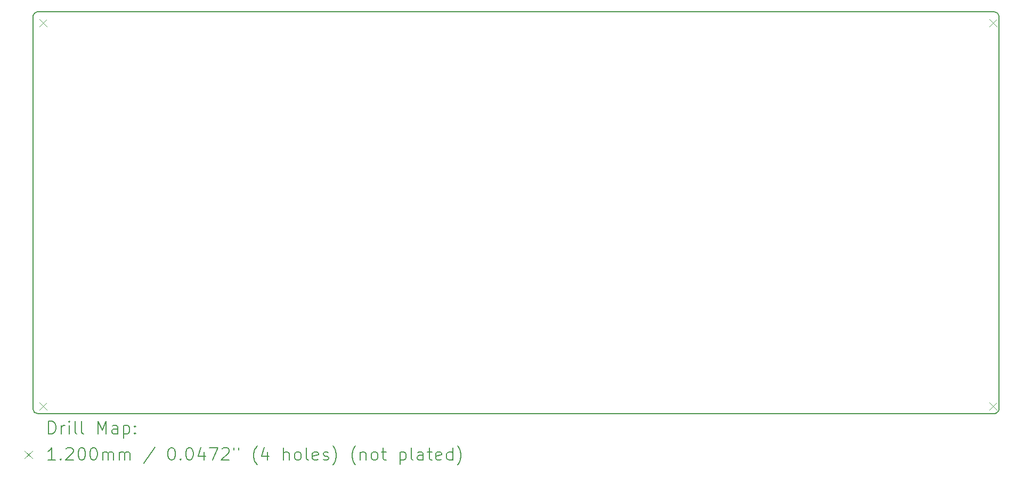
<source format=gbr>
%TF.GenerationSoftware,KiCad,Pcbnew,7.0.7*%
%TF.CreationDate,2024-02-15T10:32:16+01:00*%
%TF.ProjectId,Projektarbete_P3,50726f6a-656b-4746-9172-626574655f50,rev?*%
%TF.SameCoordinates,Original*%
%TF.FileFunction,Drillmap*%
%TF.FilePolarity,Positive*%
%FSLAX45Y45*%
G04 Gerber Fmt 4.5, Leading zero omitted, Abs format (unit mm)*
G04 Created by KiCad (PCBNEW 7.0.7) date 2024-02-15 10:32:16*
%MOMM*%
%LPD*%
G01*
G04 APERTURE LIST*
%ADD10C,0.150000*%
%ADD11C,0.200000*%
%ADD12C,0.120000*%
G04 APERTURE END LIST*
D10*
X5342220Y-11318292D02*
X5342220Y-5091460D01*
X5433680Y-5000000D02*
G75*
G03*
X5342220Y-5091460I-10J-91450D01*
G01*
X20699593Y-5080599D02*
X20699593Y-11318240D01*
X20604480Y-11394440D02*
X5425440Y-11394440D01*
X5433680Y-5000000D02*
X20619720Y-5000000D01*
X5342211Y-11318293D02*
G75*
G03*
X5425440Y-11394440I79699J3553D01*
G01*
X20604481Y-11394433D02*
G75*
G03*
X20699593Y-11318240I9459J85653D01*
G01*
X20699584Y-5080599D02*
G75*
G03*
X20619720Y-5000726I-79874J-1D01*
G01*
D11*
D12*
X5446720Y-5116520D02*
X5566720Y-5236520D01*
X5566720Y-5116520D02*
X5446720Y-5236520D01*
X5446720Y-11212520D02*
X5566720Y-11332520D01*
X5566720Y-11212520D02*
X5446720Y-11332520D01*
X20544480Y-5116520D02*
X20664480Y-5236520D01*
X20664480Y-5116520D02*
X20544480Y-5236520D01*
X20544480Y-11212520D02*
X20664480Y-11332520D01*
X20664480Y-11212520D02*
X20544480Y-11332520D01*
D11*
X5595497Y-11713937D02*
X5595497Y-11513937D01*
X5595497Y-11513937D02*
X5643116Y-11513937D01*
X5643116Y-11513937D02*
X5671687Y-11523461D01*
X5671687Y-11523461D02*
X5690735Y-11542509D01*
X5690735Y-11542509D02*
X5700259Y-11561556D01*
X5700259Y-11561556D02*
X5709783Y-11599652D01*
X5709783Y-11599652D02*
X5709783Y-11628223D01*
X5709783Y-11628223D02*
X5700259Y-11666318D01*
X5700259Y-11666318D02*
X5690735Y-11685366D01*
X5690735Y-11685366D02*
X5671687Y-11704414D01*
X5671687Y-11704414D02*
X5643116Y-11713937D01*
X5643116Y-11713937D02*
X5595497Y-11713937D01*
X5795497Y-11713937D02*
X5795497Y-11580604D01*
X5795497Y-11618699D02*
X5805021Y-11599652D01*
X5805021Y-11599652D02*
X5814545Y-11590128D01*
X5814545Y-11590128D02*
X5833592Y-11580604D01*
X5833592Y-11580604D02*
X5852640Y-11580604D01*
X5919306Y-11713937D02*
X5919306Y-11580604D01*
X5919306Y-11513937D02*
X5909783Y-11523461D01*
X5909783Y-11523461D02*
X5919306Y-11532985D01*
X5919306Y-11532985D02*
X5928830Y-11523461D01*
X5928830Y-11523461D02*
X5919306Y-11513937D01*
X5919306Y-11513937D02*
X5919306Y-11532985D01*
X6043116Y-11713937D02*
X6024068Y-11704414D01*
X6024068Y-11704414D02*
X6014545Y-11685366D01*
X6014545Y-11685366D02*
X6014545Y-11513937D01*
X6147878Y-11713937D02*
X6128830Y-11704414D01*
X6128830Y-11704414D02*
X6119306Y-11685366D01*
X6119306Y-11685366D02*
X6119306Y-11513937D01*
X6376449Y-11713937D02*
X6376449Y-11513937D01*
X6376449Y-11513937D02*
X6443116Y-11656795D01*
X6443116Y-11656795D02*
X6509783Y-11513937D01*
X6509783Y-11513937D02*
X6509783Y-11713937D01*
X6690735Y-11713937D02*
X6690735Y-11609176D01*
X6690735Y-11609176D02*
X6681211Y-11590128D01*
X6681211Y-11590128D02*
X6662164Y-11580604D01*
X6662164Y-11580604D02*
X6624068Y-11580604D01*
X6624068Y-11580604D02*
X6605021Y-11590128D01*
X6690735Y-11704414D02*
X6671687Y-11713937D01*
X6671687Y-11713937D02*
X6624068Y-11713937D01*
X6624068Y-11713937D02*
X6605021Y-11704414D01*
X6605021Y-11704414D02*
X6595497Y-11685366D01*
X6595497Y-11685366D02*
X6595497Y-11666318D01*
X6595497Y-11666318D02*
X6605021Y-11647271D01*
X6605021Y-11647271D02*
X6624068Y-11637747D01*
X6624068Y-11637747D02*
X6671687Y-11637747D01*
X6671687Y-11637747D02*
X6690735Y-11628223D01*
X6785973Y-11580604D02*
X6785973Y-11780604D01*
X6785973Y-11590128D02*
X6805021Y-11580604D01*
X6805021Y-11580604D02*
X6843116Y-11580604D01*
X6843116Y-11580604D02*
X6862164Y-11590128D01*
X6862164Y-11590128D02*
X6871687Y-11599652D01*
X6871687Y-11599652D02*
X6881211Y-11618699D01*
X6881211Y-11618699D02*
X6881211Y-11675842D01*
X6881211Y-11675842D02*
X6871687Y-11694890D01*
X6871687Y-11694890D02*
X6862164Y-11704414D01*
X6862164Y-11704414D02*
X6843116Y-11713937D01*
X6843116Y-11713937D02*
X6805021Y-11713937D01*
X6805021Y-11713937D02*
X6785973Y-11704414D01*
X6966926Y-11694890D02*
X6976449Y-11704414D01*
X6976449Y-11704414D02*
X6966926Y-11713937D01*
X6966926Y-11713937D02*
X6957402Y-11704414D01*
X6957402Y-11704414D02*
X6966926Y-11694890D01*
X6966926Y-11694890D02*
X6966926Y-11713937D01*
X6966926Y-11590128D02*
X6976449Y-11599652D01*
X6976449Y-11599652D02*
X6966926Y-11609176D01*
X6966926Y-11609176D02*
X6957402Y-11599652D01*
X6957402Y-11599652D02*
X6966926Y-11590128D01*
X6966926Y-11590128D02*
X6966926Y-11609176D01*
D12*
X5214720Y-11982454D02*
X5334720Y-12102454D01*
X5334720Y-11982454D02*
X5214720Y-12102454D01*
D11*
X5700259Y-12133937D02*
X5585973Y-12133937D01*
X5643116Y-12133937D02*
X5643116Y-11933937D01*
X5643116Y-11933937D02*
X5624068Y-11962509D01*
X5624068Y-11962509D02*
X5605021Y-11981556D01*
X5605021Y-11981556D02*
X5585973Y-11991080D01*
X5785973Y-12114890D02*
X5795497Y-12124414D01*
X5795497Y-12124414D02*
X5785973Y-12133937D01*
X5785973Y-12133937D02*
X5776449Y-12124414D01*
X5776449Y-12124414D02*
X5785973Y-12114890D01*
X5785973Y-12114890D02*
X5785973Y-12133937D01*
X5871687Y-11952985D02*
X5881211Y-11943461D01*
X5881211Y-11943461D02*
X5900259Y-11933937D01*
X5900259Y-11933937D02*
X5947878Y-11933937D01*
X5947878Y-11933937D02*
X5966926Y-11943461D01*
X5966926Y-11943461D02*
X5976449Y-11952985D01*
X5976449Y-11952985D02*
X5985973Y-11972033D01*
X5985973Y-11972033D02*
X5985973Y-11991080D01*
X5985973Y-11991080D02*
X5976449Y-12019652D01*
X5976449Y-12019652D02*
X5862164Y-12133937D01*
X5862164Y-12133937D02*
X5985973Y-12133937D01*
X6109783Y-11933937D02*
X6128830Y-11933937D01*
X6128830Y-11933937D02*
X6147878Y-11943461D01*
X6147878Y-11943461D02*
X6157402Y-11952985D01*
X6157402Y-11952985D02*
X6166926Y-11972033D01*
X6166926Y-11972033D02*
X6176449Y-12010128D01*
X6176449Y-12010128D02*
X6176449Y-12057747D01*
X6176449Y-12057747D02*
X6166926Y-12095842D01*
X6166926Y-12095842D02*
X6157402Y-12114890D01*
X6157402Y-12114890D02*
X6147878Y-12124414D01*
X6147878Y-12124414D02*
X6128830Y-12133937D01*
X6128830Y-12133937D02*
X6109783Y-12133937D01*
X6109783Y-12133937D02*
X6090735Y-12124414D01*
X6090735Y-12124414D02*
X6081211Y-12114890D01*
X6081211Y-12114890D02*
X6071687Y-12095842D01*
X6071687Y-12095842D02*
X6062164Y-12057747D01*
X6062164Y-12057747D02*
X6062164Y-12010128D01*
X6062164Y-12010128D02*
X6071687Y-11972033D01*
X6071687Y-11972033D02*
X6081211Y-11952985D01*
X6081211Y-11952985D02*
X6090735Y-11943461D01*
X6090735Y-11943461D02*
X6109783Y-11933937D01*
X6300259Y-11933937D02*
X6319307Y-11933937D01*
X6319307Y-11933937D02*
X6338354Y-11943461D01*
X6338354Y-11943461D02*
X6347878Y-11952985D01*
X6347878Y-11952985D02*
X6357402Y-11972033D01*
X6357402Y-11972033D02*
X6366926Y-12010128D01*
X6366926Y-12010128D02*
X6366926Y-12057747D01*
X6366926Y-12057747D02*
X6357402Y-12095842D01*
X6357402Y-12095842D02*
X6347878Y-12114890D01*
X6347878Y-12114890D02*
X6338354Y-12124414D01*
X6338354Y-12124414D02*
X6319307Y-12133937D01*
X6319307Y-12133937D02*
X6300259Y-12133937D01*
X6300259Y-12133937D02*
X6281211Y-12124414D01*
X6281211Y-12124414D02*
X6271687Y-12114890D01*
X6271687Y-12114890D02*
X6262164Y-12095842D01*
X6262164Y-12095842D02*
X6252640Y-12057747D01*
X6252640Y-12057747D02*
X6252640Y-12010128D01*
X6252640Y-12010128D02*
X6262164Y-11972033D01*
X6262164Y-11972033D02*
X6271687Y-11952985D01*
X6271687Y-11952985D02*
X6281211Y-11943461D01*
X6281211Y-11943461D02*
X6300259Y-11933937D01*
X6452640Y-12133937D02*
X6452640Y-12000604D01*
X6452640Y-12019652D02*
X6462164Y-12010128D01*
X6462164Y-12010128D02*
X6481211Y-12000604D01*
X6481211Y-12000604D02*
X6509783Y-12000604D01*
X6509783Y-12000604D02*
X6528830Y-12010128D01*
X6528830Y-12010128D02*
X6538354Y-12029176D01*
X6538354Y-12029176D02*
X6538354Y-12133937D01*
X6538354Y-12029176D02*
X6547878Y-12010128D01*
X6547878Y-12010128D02*
X6566926Y-12000604D01*
X6566926Y-12000604D02*
X6595497Y-12000604D01*
X6595497Y-12000604D02*
X6614545Y-12010128D01*
X6614545Y-12010128D02*
X6624068Y-12029176D01*
X6624068Y-12029176D02*
X6624068Y-12133937D01*
X6719307Y-12133937D02*
X6719307Y-12000604D01*
X6719307Y-12019652D02*
X6728830Y-12010128D01*
X6728830Y-12010128D02*
X6747878Y-12000604D01*
X6747878Y-12000604D02*
X6776449Y-12000604D01*
X6776449Y-12000604D02*
X6795497Y-12010128D01*
X6795497Y-12010128D02*
X6805021Y-12029176D01*
X6805021Y-12029176D02*
X6805021Y-12133937D01*
X6805021Y-12029176D02*
X6814545Y-12010128D01*
X6814545Y-12010128D02*
X6833592Y-12000604D01*
X6833592Y-12000604D02*
X6862164Y-12000604D01*
X6862164Y-12000604D02*
X6881211Y-12010128D01*
X6881211Y-12010128D02*
X6890735Y-12029176D01*
X6890735Y-12029176D02*
X6890735Y-12133937D01*
X7281211Y-11924414D02*
X7109783Y-12181556D01*
X7538354Y-11933937D02*
X7557402Y-11933937D01*
X7557402Y-11933937D02*
X7576450Y-11943461D01*
X7576450Y-11943461D02*
X7585973Y-11952985D01*
X7585973Y-11952985D02*
X7595497Y-11972033D01*
X7595497Y-11972033D02*
X7605021Y-12010128D01*
X7605021Y-12010128D02*
X7605021Y-12057747D01*
X7605021Y-12057747D02*
X7595497Y-12095842D01*
X7595497Y-12095842D02*
X7585973Y-12114890D01*
X7585973Y-12114890D02*
X7576450Y-12124414D01*
X7576450Y-12124414D02*
X7557402Y-12133937D01*
X7557402Y-12133937D02*
X7538354Y-12133937D01*
X7538354Y-12133937D02*
X7519307Y-12124414D01*
X7519307Y-12124414D02*
X7509783Y-12114890D01*
X7509783Y-12114890D02*
X7500259Y-12095842D01*
X7500259Y-12095842D02*
X7490735Y-12057747D01*
X7490735Y-12057747D02*
X7490735Y-12010128D01*
X7490735Y-12010128D02*
X7500259Y-11972033D01*
X7500259Y-11972033D02*
X7509783Y-11952985D01*
X7509783Y-11952985D02*
X7519307Y-11943461D01*
X7519307Y-11943461D02*
X7538354Y-11933937D01*
X7690735Y-12114890D02*
X7700259Y-12124414D01*
X7700259Y-12124414D02*
X7690735Y-12133937D01*
X7690735Y-12133937D02*
X7681211Y-12124414D01*
X7681211Y-12124414D02*
X7690735Y-12114890D01*
X7690735Y-12114890D02*
X7690735Y-12133937D01*
X7824069Y-11933937D02*
X7843116Y-11933937D01*
X7843116Y-11933937D02*
X7862164Y-11943461D01*
X7862164Y-11943461D02*
X7871688Y-11952985D01*
X7871688Y-11952985D02*
X7881211Y-11972033D01*
X7881211Y-11972033D02*
X7890735Y-12010128D01*
X7890735Y-12010128D02*
X7890735Y-12057747D01*
X7890735Y-12057747D02*
X7881211Y-12095842D01*
X7881211Y-12095842D02*
X7871688Y-12114890D01*
X7871688Y-12114890D02*
X7862164Y-12124414D01*
X7862164Y-12124414D02*
X7843116Y-12133937D01*
X7843116Y-12133937D02*
X7824069Y-12133937D01*
X7824069Y-12133937D02*
X7805021Y-12124414D01*
X7805021Y-12124414D02*
X7795497Y-12114890D01*
X7795497Y-12114890D02*
X7785973Y-12095842D01*
X7785973Y-12095842D02*
X7776450Y-12057747D01*
X7776450Y-12057747D02*
X7776450Y-12010128D01*
X7776450Y-12010128D02*
X7785973Y-11972033D01*
X7785973Y-11972033D02*
X7795497Y-11952985D01*
X7795497Y-11952985D02*
X7805021Y-11943461D01*
X7805021Y-11943461D02*
X7824069Y-11933937D01*
X8062164Y-12000604D02*
X8062164Y-12133937D01*
X8014545Y-11924414D02*
X7966926Y-12067271D01*
X7966926Y-12067271D02*
X8090735Y-12067271D01*
X8147878Y-11933937D02*
X8281211Y-11933937D01*
X8281211Y-11933937D02*
X8195497Y-12133937D01*
X8347878Y-11952985D02*
X8357402Y-11943461D01*
X8357402Y-11943461D02*
X8376450Y-11933937D01*
X8376450Y-11933937D02*
X8424069Y-11933937D01*
X8424069Y-11933937D02*
X8443116Y-11943461D01*
X8443116Y-11943461D02*
X8452640Y-11952985D01*
X8452640Y-11952985D02*
X8462164Y-11972033D01*
X8462164Y-11972033D02*
X8462164Y-11991080D01*
X8462164Y-11991080D02*
X8452640Y-12019652D01*
X8452640Y-12019652D02*
X8338354Y-12133937D01*
X8338354Y-12133937D02*
X8462164Y-12133937D01*
X8538354Y-11933937D02*
X8538354Y-11972033D01*
X8614545Y-11933937D02*
X8614545Y-11972033D01*
X8909783Y-12210128D02*
X8900259Y-12200604D01*
X8900259Y-12200604D02*
X8881212Y-12172033D01*
X8881212Y-12172033D02*
X8871688Y-12152985D01*
X8871688Y-12152985D02*
X8862164Y-12124414D01*
X8862164Y-12124414D02*
X8852640Y-12076795D01*
X8852640Y-12076795D02*
X8852640Y-12038699D01*
X8852640Y-12038699D02*
X8862164Y-11991080D01*
X8862164Y-11991080D02*
X8871688Y-11962509D01*
X8871688Y-11962509D02*
X8881212Y-11943461D01*
X8881212Y-11943461D02*
X8900259Y-11914890D01*
X8900259Y-11914890D02*
X8909783Y-11905366D01*
X9071688Y-12000604D02*
X9071688Y-12133937D01*
X9024069Y-11924414D02*
X8976450Y-12067271D01*
X8976450Y-12067271D02*
X9100259Y-12067271D01*
X9328831Y-12133937D02*
X9328831Y-11933937D01*
X9414545Y-12133937D02*
X9414545Y-12029176D01*
X9414545Y-12029176D02*
X9405021Y-12010128D01*
X9405021Y-12010128D02*
X9385974Y-12000604D01*
X9385974Y-12000604D02*
X9357402Y-12000604D01*
X9357402Y-12000604D02*
X9338355Y-12010128D01*
X9338355Y-12010128D02*
X9328831Y-12019652D01*
X9538355Y-12133937D02*
X9519307Y-12124414D01*
X9519307Y-12124414D02*
X9509783Y-12114890D01*
X9509783Y-12114890D02*
X9500259Y-12095842D01*
X9500259Y-12095842D02*
X9500259Y-12038699D01*
X9500259Y-12038699D02*
X9509783Y-12019652D01*
X9509783Y-12019652D02*
X9519307Y-12010128D01*
X9519307Y-12010128D02*
X9538355Y-12000604D01*
X9538355Y-12000604D02*
X9566926Y-12000604D01*
X9566926Y-12000604D02*
X9585974Y-12010128D01*
X9585974Y-12010128D02*
X9595497Y-12019652D01*
X9595497Y-12019652D02*
X9605021Y-12038699D01*
X9605021Y-12038699D02*
X9605021Y-12095842D01*
X9605021Y-12095842D02*
X9595497Y-12114890D01*
X9595497Y-12114890D02*
X9585974Y-12124414D01*
X9585974Y-12124414D02*
X9566926Y-12133937D01*
X9566926Y-12133937D02*
X9538355Y-12133937D01*
X9719307Y-12133937D02*
X9700259Y-12124414D01*
X9700259Y-12124414D02*
X9690736Y-12105366D01*
X9690736Y-12105366D02*
X9690736Y-11933937D01*
X9871688Y-12124414D02*
X9852640Y-12133937D01*
X9852640Y-12133937D02*
X9814545Y-12133937D01*
X9814545Y-12133937D02*
X9795497Y-12124414D01*
X9795497Y-12124414D02*
X9785974Y-12105366D01*
X9785974Y-12105366D02*
X9785974Y-12029176D01*
X9785974Y-12029176D02*
X9795497Y-12010128D01*
X9795497Y-12010128D02*
X9814545Y-12000604D01*
X9814545Y-12000604D02*
X9852640Y-12000604D01*
X9852640Y-12000604D02*
X9871688Y-12010128D01*
X9871688Y-12010128D02*
X9881212Y-12029176D01*
X9881212Y-12029176D02*
X9881212Y-12048223D01*
X9881212Y-12048223D02*
X9785974Y-12067271D01*
X9957402Y-12124414D02*
X9976450Y-12133937D01*
X9976450Y-12133937D02*
X10014545Y-12133937D01*
X10014545Y-12133937D02*
X10033593Y-12124414D01*
X10033593Y-12124414D02*
X10043117Y-12105366D01*
X10043117Y-12105366D02*
X10043117Y-12095842D01*
X10043117Y-12095842D02*
X10033593Y-12076795D01*
X10033593Y-12076795D02*
X10014545Y-12067271D01*
X10014545Y-12067271D02*
X9985974Y-12067271D01*
X9985974Y-12067271D02*
X9966926Y-12057747D01*
X9966926Y-12057747D02*
X9957402Y-12038699D01*
X9957402Y-12038699D02*
X9957402Y-12029176D01*
X9957402Y-12029176D02*
X9966926Y-12010128D01*
X9966926Y-12010128D02*
X9985974Y-12000604D01*
X9985974Y-12000604D02*
X10014545Y-12000604D01*
X10014545Y-12000604D02*
X10033593Y-12010128D01*
X10109783Y-12210128D02*
X10119307Y-12200604D01*
X10119307Y-12200604D02*
X10138355Y-12172033D01*
X10138355Y-12172033D02*
X10147878Y-12152985D01*
X10147878Y-12152985D02*
X10157402Y-12124414D01*
X10157402Y-12124414D02*
X10166926Y-12076795D01*
X10166926Y-12076795D02*
X10166926Y-12038699D01*
X10166926Y-12038699D02*
X10157402Y-11991080D01*
X10157402Y-11991080D02*
X10147878Y-11962509D01*
X10147878Y-11962509D02*
X10138355Y-11943461D01*
X10138355Y-11943461D02*
X10119307Y-11914890D01*
X10119307Y-11914890D02*
X10109783Y-11905366D01*
X10471688Y-12210128D02*
X10462164Y-12200604D01*
X10462164Y-12200604D02*
X10443117Y-12172033D01*
X10443117Y-12172033D02*
X10433593Y-12152985D01*
X10433593Y-12152985D02*
X10424069Y-12124414D01*
X10424069Y-12124414D02*
X10414545Y-12076795D01*
X10414545Y-12076795D02*
X10414545Y-12038699D01*
X10414545Y-12038699D02*
X10424069Y-11991080D01*
X10424069Y-11991080D02*
X10433593Y-11962509D01*
X10433593Y-11962509D02*
X10443117Y-11943461D01*
X10443117Y-11943461D02*
X10462164Y-11914890D01*
X10462164Y-11914890D02*
X10471688Y-11905366D01*
X10547878Y-12000604D02*
X10547878Y-12133937D01*
X10547878Y-12019652D02*
X10557402Y-12010128D01*
X10557402Y-12010128D02*
X10576450Y-12000604D01*
X10576450Y-12000604D02*
X10605021Y-12000604D01*
X10605021Y-12000604D02*
X10624069Y-12010128D01*
X10624069Y-12010128D02*
X10633593Y-12029176D01*
X10633593Y-12029176D02*
X10633593Y-12133937D01*
X10757402Y-12133937D02*
X10738355Y-12124414D01*
X10738355Y-12124414D02*
X10728831Y-12114890D01*
X10728831Y-12114890D02*
X10719307Y-12095842D01*
X10719307Y-12095842D02*
X10719307Y-12038699D01*
X10719307Y-12038699D02*
X10728831Y-12019652D01*
X10728831Y-12019652D02*
X10738355Y-12010128D01*
X10738355Y-12010128D02*
X10757402Y-12000604D01*
X10757402Y-12000604D02*
X10785974Y-12000604D01*
X10785974Y-12000604D02*
X10805021Y-12010128D01*
X10805021Y-12010128D02*
X10814545Y-12019652D01*
X10814545Y-12019652D02*
X10824069Y-12038699D01*
X10824069Y-12038699D02*
X10824069Y-12095842D01*
X10824069Y-12095842D02*
X10814545Y-12114890D01*
X10814545Y-12114890D02*
X10805021Y-12124414D01*
X10805021Y-12124414D02*
X10785974Y-12133937D01*
X10785974Y-12133937D02*
X10757402Y-12133937D01*
X10881212Y-12000604D02*
X10957402Y-12000604D01*
X10909783Y-11933937D02*
X10909783Y-12105366D01*
X10909783Y-12105366D02*
X10919307Y-12124414D01*
X10919307Y-12124414D02*
X10938355Y-12133937D01*
X10938355Y-12133937D02*
X10957402Y-12133937D01*
X11176450Y-12000604D02*
X11176450Y-12200604D01*
X11176450Y-12010128D02*
X11195497Y-12000604D01*
X11195497Y-12000604D02*
X11233593Y-12000604D01*
X11233593Y-12000604D02*
X11252640Y-12010128D01*
X11252640Y-12010128D02*
X11262164Y-12019652D01*
X11262164Y-12019652D02*
X11271688Y-12038699D01*
X11271688Y-12038699D02*
X11271688Y-12095842D01*
X11271688Y-12095842D02*
X11262164Y-12114890D01*
X11262164Y-12114890D02*
X11252640Y-12124414D01*
X11252640Y-12124414D02*
X11233593Y-12133937D01*
X11233593Y-12133937D02*
X11195497Y-12133937D01*
X11195497Y-12133937D02*
X11176450Y-12124414D01*
X11385974Y-12133937D02*
X11366926Y-12124414D01*
X11366926Y-12124414D02*
X11357402Y-12105366D01*
X11357402Y-12105366D02*
X11357402Y-11933937D01*
X11547878Y-12133937D02*
X11547878Y-12029176D01*
X11547878Y-12029176D02*
X11538355Y-12010128D01*
X11538355Y-12010128D02*
X11519307Y-12000604D01*
X11519307Y-12000604D02*
X11481212Y-12000604D01*
X11481212Y-12000604D02*
X11462164Y-12010128D01*
X11547878Y-12124414D02*
X11528831Y-12133937D01*
X11528831Y-12133937D02*
X11481212Y-12133937D01*
X11481212Y-12133937D02*
X11462164Y-12124414D01*
X11462164Y-12124414D02*
X11452640Y-12105366D01*
X11452640Y-12105366D02*
X11452640Y-12086318D01*
X11452640Y-12086318D02*
X11462164Y-12067271D01*
X11462164Y-12067271D02*
X11481212Y-12057747D01*
X11481212Y-12057747D02*
X11528831Y-12057747D01*
X11528831Y-12057747D02*
X11547878Y-12048223D01*
X11614545Y-12000604D02*
X11690736Y-12000604D01*
X11643117Y-11933937D02*
X11643117Y-12105366D01*
X11643117Y-12105366D02*
X11652640Y-12124414D01*
X11652640Y-12124414D02*
X11671688Y-12133937D01*
X11671688Y-12133937D02*
X11690736Y-12133937D01*
X11833593Y-12124414D02*
X11814545Y-12133937D01*
X11814545Y-12133937D02*
X11776450Y-12133937D01*
X11776450Y-12133937D02*
X11757402Y-12124414D01*
X11757402Y-12124414D02*
X11747878Y-12105366D01*
X11747878Y-12105366D02*
X11747878Y-12029176D01*
X11747878Y-12029176D02*
X11757402Y-12010128D01*
X11757402Y-12010128D02*
X11776450Y-12000604D01*
X11776450Y-12000604D02*
X11814545Y-12000604D01*
X11814545Y-12000604D02*
X11833593Y-12010128D01*
X11833593Y-12010128D02*
X11843117Y-12029176D01*
X11843117Y-12029176D02*
X11843117Y-12048223D01*
X11843117Y-12048223D02*
X11747878Y-12067271D01*
X12014545Y-12133937D02*
X12014545Y-11933937D01*
X12014545Y-12124414D02*
X11995498Y-12133937D01*
X11995498Y-12133937D02*
X11957402Y-12133937D01*
X11957402Y-12133937D02*
X11938355Y-12124414D01*
X11938355Y-12124414D02*
X11928831Y-12114890D01*
X11928831Y-12114890D02*
X11919307Y-12095842D01*
X11919307Y-12095842D02*
X11919307Y-12038699D01*
X11919307Y-12038699D02*
X11928831Y-12019652D01*
X11928831Y-12019652D02*
X11938355Y-12010128D01*
X11938355Y-12010128D02*
X11957402Y-12000604D01*
X11957402Y-12000604D02*
X11995498Y-12000604D01*
X11995498Y-12000604D02*
X12014545Y-12010128D01*
X12090736Y-12210128D02*
X12100259Y-12200604D01*
X12100259Y-12200604D02*
X12119307Y-12172033D01*
X12119307Y-12172033D02*
X12128831Y-12152985D01*
X12128831Y-12152985D02*
X12138355Y-12124414D01*
X12138355Y-12124414D02*
X12147878Y-12076795D01*
X12147878Y-12076795D02*
X12147878Y-12038699D01*
X12147878Y-12038699D02*
X12138355Y-11991080D01*
X12138355Y-11991080D02*
X12128831Y-11962509D01*
X12128831Y-11962509D02*
X12119307Y-11943461D01*
X12119307Y-11943461D02*
X12100259Y-11914890D01*
X12100259Y-11914890D02*
X12090736Y-11905366D01*
M02*

</source>
